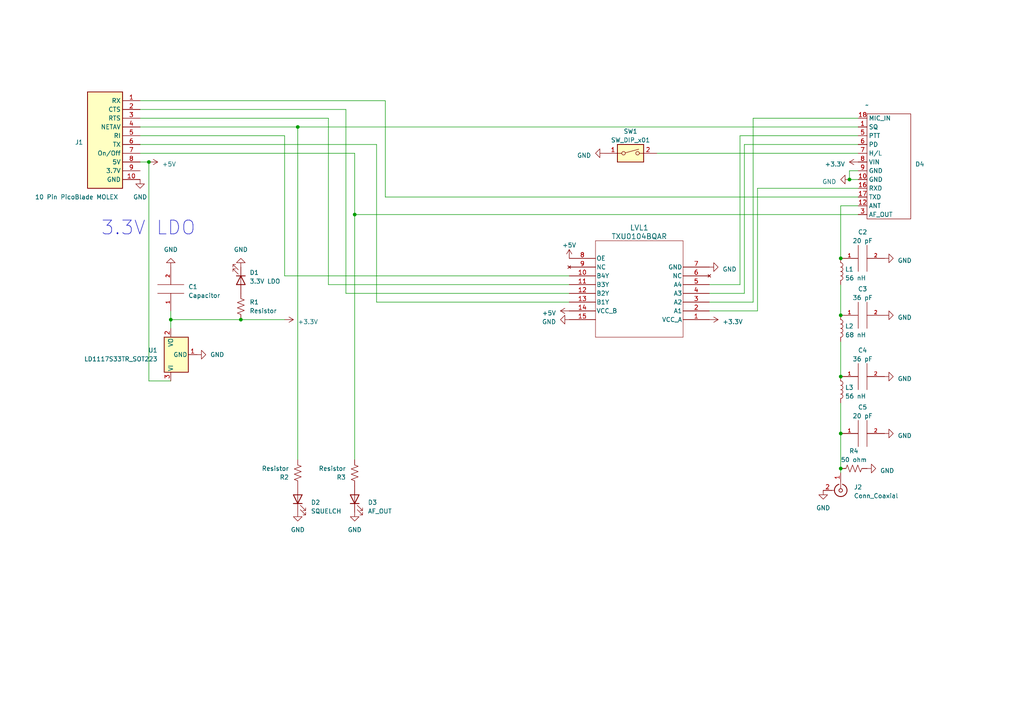
<source format=kicad_sch>
(kicad_sch (version 20231120) (generator "eeschema") (generator_version "8.0")
  (paper "A4")
  (lib_symbols
    (symbol "53048-1010:53048-1010"
      (property "Reference" "J2" (at 9.525 3.81 90))
      (property "Value" "53048-1010" (at 12.065 3.81 90))
      (symbol "53048-1010_1_1"
        (rectangle (start 5.08 2.54) (end 15.24 -25.4) (stroke (width 0.254)) (fill (type background)))
        (pin output line (at 0 -22.86 0) (length 5.08) (name "RX") (number "1"))
        (pin passive line (at 0 0 0) (length 5.08) (name "GND") (number "10"))
        (pin passive line (at 0 -20.32 0) (length 5.08) (name "CTS") (number "2"))
        (pin passive line (at 0 -17.78 0) (length 5.08) (name "RTS") (number "3"))
        (pin passive line (at 0 -15.24 0) (length 5.08) (name "NETAV") (number "4"))
        (pin passive line (at 0 -12.7 0) (length 5.08) (name "RI") (number "5"))
        (pin passive line (at 0 -10.16 0) (length 5.08) (name "TX") (number "6"))
        (pin passive line (at 0 -7.62 0) (length 5.08) (name "On/Off") (number "7"))
        (pin input line (at 0 -5.08 0) (length 5.08) (name "5V") (number "8"))
        (pin passive line (at 0 -2.54 0) (length 5.08) (name "3.7V") (number "9"))
      )
    )
    (symbol "Capacitor_1" (pin_names (offset 0.254))
      (property "Reference" "C?" (at 5.08 1.2701 0))
      (property "Value" "Capacitor" (at 5.08 -1.2699 0))
      (symbol "Capacitor_1_0_1"
        (polyline (pts (xy -3.81 -1.27) (xy 3.81 -1.27)))
        (polyline (pts (xy -3.81 1.27) (xy 3.81 1.27)))
      )
      (symbol "Capacitor_1_1_1"
        (pin power_in line (at 0 6.35 270) (length 5.08) (name "~") (number "1"))
        (pin power_out line (at 0 -6.35 90) (length 5.08) (name "~") (number "2"))
      )
    )
    (symbol "Connector:Conn_Coaxial" (pin_names (offset 1.016) hide)
      (property "Reference" "J" (at 0.254 3.048 0))
      (property "Value" "Conn_Coaxial" (at 2.921 0 90))
      (symbol "Conn_Coaxial_0_1"
        (arc (start -1.778 -0.508) (mid 0.2311 -1.8066) (end 1.778 0) (stroke (width 0.254)))
        (polyline (pts (xy -2.54 0) (xy -0.508 0)))
        (polyline (pts (xy 0 -2.54) (xy 0 -1.778)))
        (circle (center 0 0) (radius 0.508) (stroke (width 0.2032)))
        (arc (start 1.778 0) (mid 0.2099 1.8101) (end -1.778 0.508) (stroke (width 0.254)))
      )
      (symbol "Conn_Coaxial_1_1"
        (pin passive line (at -5.08 0 0) (length 2.54) (name "In") (number "1"))
        (pin passive line (at 0 -5.08 90) (length 2.54) (name "Ext") (number "2"))
      )
    )
    (symbol "Device:L" (pin_numbers hide) (pin_names (offset 1.016) hide)
      (property "Reference" "L" (at -1.27 0 90))
      (property "Value" "L" (at 1.905 0 90))
      (symbol "L_0_1"
        (arc (start 0 -2.54) (mid 0.6323 -1.905) (end 0 -1.27))
        (arc (start 0 -1.27) (mid 0.6323 -0.635) (end 0 0))
        (arc (start 0 0) (mid 0.6323 0.635) (end 0 1.27))
        (arc (start 0 1.27) (mid 0.6323 1.905) (end 0 2.54))
      )
      (symbol "L_1_1"
        (pin passive line (at 0 3.81 270) (length 1.27) (name "1") (number "1"))
        (pin passive line (at 0 -3.81 90) (length 1.27) (name "2") (number "2"))
      )
    )
    (symbol "GND_1" (power) (pin_names (offset 0))
      (property "Value" "GND_1" (at 0 -3.81 0))
      (symbol "GND_1_0_1"
        (polyline (pts (xy 0 0) (xy 0 -1.27) (xy 1.27 -1.27) (xy 0 -2.54) (xy -1.27 -1.27) (xy 0 -1.27)))
      )
      (symbol "GND_1_1_1"
        (pin power_in line (at 0 0 270) (length 0) hide (name "GND") (number "1"))
      )
    )
    (symbol "GND_2" (power) (pin_names (offset 0))
      (property "Value" "GND_2" (at 0 -3.81 0))
      (symbol "GND_2_0_1"
        (polyline (pts (xy 0 0) (xy 0 -1.27) (xy 1.27 -1.27) (xy 0 -2.54) (xy -1.27 -1.27) (xy 0 -1.27)))
      )
      (symbol "GND_2_1_1"
        (pin power_in line (at 0 0 270) (length 0) hide (name "GND") (number "1"))
      )
    )
    (symbol "GND_3" (power) (pin_names (offset 0))
      (property "Value" "GND_3" (at 0 -3.81 0))
      (symbol "GND_3_0_1"
        (polyline (pts (xy 0 0) (xy 0 -1.27) (xy 1.27 -1.27) (xy 0 -2.54) (xy -1.27 -1.27) (xy 0 -1.27)))
      )
      (symbol "GND_3_1_1"
        (pin power_in line (at 0 0 270) (length 0) hide (name "GND") (number "1"))
      )
    )
    (symbol "GND_4" (power) (pin_names (offset 0))
      (property "Value" "GND_4" (at 0 -3.81 0))
      (symbol "GND_4_0_1"
        (polyline (pts (xy 0 0) (xy 0 -1.27) (xy 1.27 -1.27) (xy 0 -2.54) (xy -1.27 -1.27) (xy 0 -1.27)))
      )
      (symbol "GND_4_1_1"
        (pin power_in line (at 0 0 270) (length 0) hide (name "GND") (number "1"))
      )
    )
    (symbol "GND_5" (power) (pin_names (offset 0))
      (property "Value" "GND_5" (at 0 -3.81 0))
      (symbol "GND_5_0_1"
        (polyline (pts (xy 0 0) (xy 0 -1.27) (xy 1.27 -1.27) (xy 0 -2.54) (xy -1.27 -1.27) (xy 0 -1.27)))
      )
      (symbol "GND_5_1_1"
        (pin power_in line (at 0 0 270) (length 0) hide (name "GND") (number "1"))
      )
    )
    (symbol "GND_6" (power) (pin_names (offset 0))
      (property "Value" "GND_6" (at 0 -3.81 0))
      (symbol "GND_6_0_1"
        (polyline (pts (xy 0 0) (xy 0 -1.27) (xy 1.27 -1.27) (xy 0 -2.54) (xy -1.27 -1.27) (xy 0 -1.27)))
      )
      (symbol "GND_6_1_1"
        (pin power_in line (at 0 0 270) (length 0) hide (name "GND") (number "1"))
      )
    )
    (symbol "GND_7" (power) (pin_names (offset 0))
      (property "Value" "GND_7" (at 0 -3.81 0))
      (symbol "GND_7_0_1"
        (polyline (pts (xy 0 0) (xy 0 -1.27) (xy 1.27 -1.27) (xy 0 -2.54) (xy -1.27 -1.27) (xy 0 -1.27)))
      )
      (symbol "GND_7_1_1"
        (pin power_in line (at 0 0 270) (length 0) hide (name "GND") (number "1"))
      )
    )
    (symbol "GND_8" (power) (pin_names (offset 0))
      (property "Value" "GND_8" (at 0 -3.81 0))
      (symbol "GND_8_0_1"
        (polyline (pts (xy 0 0) (xy 0 -1.27) (xy 1.27 -1.27) (xy 0 -2.54) (xy -1.27 -1.27) (xy 0 -1.27)))
      )
      (symbol "GND_8_1_1"
        (pin power_in line (at 0 0 270) (length 0) hide (name "GND") (number "1"))
      )
    )
    (symbol "Regulator_Linear:LD1117S33TR_SOT223" (pin_names (offset 0.254))
      (property "Reference" "U" (at -3.81 3.175 0))
      (property "Value" "LD1117S33TR_SOT223" (at 0 3.175 0))
      (symbol "LD1117S33TR_SOT223_0_1"
        (rectangle (start -5.08 -5.08) (end 5.08 1.905) (stroke (width 0.254)) (fill (type background)))
      )
      (symbol "LD1117S33TR_SOT223_1_1"
        (pin power_in line (at 0 -7.62 90) (length 2.54) (name "GND") (number "1"))
        (pin power_out line (at 7.62 0 180) (length 2.54) (name "VO") (number "2"))
        (pin power_in line (at -7.62 0 0) (length 2.54) (name "VI") (number "3"))
      )
    )
    (symbol "Switch:SW_DIP_x01" (pin_names (offset 0) hide)
      (property "Reference" "SW" (at 0 3.81 0))
      (property "Value" "SW_DIP_x01" (at 0 -3.81 0))
      (symbol "SW_DIP_x01_0_0"
        (circle (center -2.032 0) (radius 0.508))
        (polyline (pts (xy -1.524 0.127) (xy 2.3622 1.1684)))
        (circle (center 2.032 0) (radius 0.508))
      )
      (symbol "SW_DIP_x01_0_1"
        (rectangle (start -3.81 2.54) (end 3.81 -2.54) (stroke (width 0.254)) (fill (type background)))
      )
      (symbol "SW_DIP_x01_1_1"
        (pin passive line (at -7.62 0 0) (length 5.08) (name "~") (number "1"))
        (pin passive line (at 7.62 0 180) (length 5.08) (name "~") (number "2"))
      )
    )
    (symbol "Trackuino2:TXU0104BQAR" (pin_names (offset 0.254))
      (property "Reference" "LVL" (at 20.32 10.16 0))
      (property "Value" "TXU0104BQAR" (at 20.32 7.62 0))
      (symbol "TXU0104BQAR_0_1"
        (polyline (pts (xy 7.62 -22.86) (xy 33.02 -22.86)) (stroke (width 0.127)))
        (polyline (pts (xy 7.62 5.08) (xy 7.62 -22.86)) (stroke (width 0.127)))
        (polyline (pts (xy 33.02 -22.86) (xy 33.02 5.08)) (stroke (width 0.127)))
        (polyline (pts (xy 33.02 5.08) (xy 7.62 5.08)) (stroke (width 0.127)))
      )
      (symbol "TXU0104BQAR_1_1"
        (pin unspecified line (at 0 0 0) (length 7.62) (name "VCC_A") (number "1"))
        (pin unspecified line (at 40.64 -12.7 180) (length 7.62) (name "B4Y") (number "10"))
        (pin unspecified line (at 40.64 -10.16 180) (length 7.62) (name "B3Y") (number "11"))
        (pin unspecified line (at 40.64 -7.62 180) (length 7.62) (name "B2Y") (number "12"))
        (pin unspecified line (at 40.64 -5.08 180) (length 7.62) (name "B1Y") (number "13"))
        (pin unspecified line (at 40.64 -2.54 180) (length 7.62) (name "VCC_B") (number "14"))
        (pin unspecified line (at 40.64 0 180) (length 7.62) (name "") (number "15"))
        (pin unspecified line (at 0 -2.54 0) (length 7.62) (name "A1") (number "2"))
        (pin unspecified line (at 0 -5.08 0) (length 7.62) (name "A2") (number "3"))
        (pin unspecified line (at 0 -7.62 0) (length 7.62) (name "A3") (number "4"))
        (pin unspecified line (at 0 -10.16 0) (length 7.62) (name "A4") (number "5"))
        (pin no_connect line (at 0 -12.7 0) (length 7.62) (name "NC") (number "6"))
        (pin unspecified line (at 0 -15.24 0) (length 7.62) (name "GND") (number "7"))
        (pin unspecified line (at 40.64 -17.78 180) (length 7.62) (name "OE") (number "8"))
        (pin no_connect line (at 40.64 -15.24 180) (length 7.62) (name "NC") (number "9"))
      )
    )
    (symbol "Trackuino:Capacitor" (pin_names (offset 0.254))
      (property "Reference" "C?" (at 5.08 1.2701 0))
      (property "Value" "Capacitor" (at 5.08 -1.2699 0))
      (symbol "Capacitor_0_1"
        (polyline (pts (xy -3.81 -1.27) (xy 3.81 -1.27)))
        (polyline (pts (xy -3.81 1.27) (xy 3.81 1.27)))
      )
      (symbol "Capacitor_1_1"
        (pin power_in line (at 0 6.35 270) (length 5.08) (name "~") (number "1"))
        (pin power_out line (at 0 -6.35 90) (length 5.08) (name "~") (number "2"))
      )
    )
    (symbol "Trackuino:DRA818V"
      (property "Reference" "D1" (at 13.97 -17.145 0))
      (property "Value" "~" (at 0 0 0))
      (symbol "DRA818V_0_1"
        (rectangle (start 0 -2.54) (end 12.7 -33.02))
      )
      (symbol "DRA818V_1_1"
        (pin output line (at -2.54 -6.35 0) (length 2.54) (name "SQ") (number "1"))
        (pin passive line (at -2.54 -21.59 0) (length 2.54) (name "GND") (number "10"))
        (pin passive line (at -2.54 -29.21 0) (length 2.54) (name "ANT") (number "12"))
        (pin input line (at -2.54 -24.13 0) (length 2.54) (name "RXD") (number "16"))
        (pin output line (at -2.54 -26.67 0) (length 2.54) (name "TXD") (number "17"))
        (pin input line (at -2.54 -3.81 0) (length 2.54) (name "MIC_IN") (number "18"))
        (pin output line (at -2.54 -31.75 0) (length 2.54) (name "AF_OUT") (number "3"))
        (pin input line (at -2.54 -8.89 0) (length 2.54) (name "PTT") (number "5"))
        (pin input line (at -2.54 -11.43 0) (length 2.54) (name "PD") (number "6"))
        (pin input line (at -2.54 -13.97 0) (length 2.54) (name "H/L") (number "7"))
        (pin power_in line (at -2.54 -16.51 0) (length 2.54) (name "VIN") (number "8"))
        (pin passive line (at -2.54 -19.05 0) (length 2.54) (name "GND") (number "9"))
      )
    )
    (symbol "Trackuino:LED" (pin_numbers hide) (pin_names (offset 1.016) hide)
      (property "Reference" "D?" (at -1.5875 6.35 0))
      (property "Value" "LED" (at -1.5875 3.81 0))
      (symbol "LED_0_1"
        (polyline (pts (xy -1.27 -1.27) (xy -1.27 1.27)) (stroke (width 0.254)))
        (polyline (pts (xy -1.27 0) (xy 1.27 0)))
        (polyline (pts (xy 1.27 -1.27) (xy 1.27 1.27) (xy -1.27 0) (xy 1.27 -1.27)) (stroke (width 0.254)))
        (polyline (pts (xy -3.048 -0.762) (xy -4.572 -2.286) (xy -3.81 -2.286) (xy -4.572 -2.286) (xy -4.572 -1.524)))
        (polyline (pts (xy -1.778 -0.762) (xy -3.302 -2.286) (xy -2.54 -2.286) (xy -3.302 -2.286) (xy -3.302 -1.524)))
      )
      (symbol "LED_1_1"
        (pin passive line (at -3.81 0 0) (length 2.54) (name "K") (number "1"))
        (pin passive line (at 3.81 0 180) (length 2.54) (name "A") (number "2"))
      )
    )
    (symbol "Trackuino:Resistor" (pin_numbers hide) (pin_names (offset 0))
      (property "Reference" "R?" (at 2.54 1.2701 0))
      (property "Value" "Resistor" (at 2.54 -1.2699 0))
      (symbol "Resistor_0_1"
        (polyline (pts (xy 0 -2.286) (xy 0 -2.54)))
        (polyline (pts (xy 0 2.286) (xy 0 2.54)))
        (polyline (pts (xy 0 -0.762) (xy 1.016 -1.143) (xy 0 -1.524) (xy -1.016 -1.905) (xy 0 -2.286)))
        (polyline (pts (xy 0 0.762) (xy 1.016 0.381) (xy 0 0) (xy -1.016 -0.381) (xy 0 -0.762)))
        (polyline (pts (xy 0 2.286) (xy 1.016 1.905) (xy 0 1.524) (xy -1.016 1.143) (xy 0 0.762)))
      )
      (symbol "Resistor_1_1"
        (pin passive line (at 0 3.81 270) (length 1.27) (name "~") (number "1"))
        (pin passive line (at 0 -3.81 90) (length 1.27) (name "~") (number "2"))
      )
    )
    (symbol "power:+3.3V" (power) (pin_names (offset 0))
      (property "Value" "+3.3V" (at 0 3.556 0))
      (symbol "+3.3V_0_1"
        (polyline (pts (xy -0.762 1.27) (xy 0 2.54)))
        (polyline (pts (xy 0 0) (xy 0 2.54)))
        (polyline (pts (xy 0 2.54) (xy 0.762 1.27)))
      )
      (symbol "+3.3V_1_1"
        (pin power_in line (at 0 0 90) (length 0) hide (name "+3.3V") (number "1"))
      )
    )
    (symbol "power:+5V" (power) (pin_names (offset 0))
      (property "Value" "+5V" (at 0 3.556 0))
      (symbol "+5V_0_1"
        (polyline (pts (xy -0.762 1.27) (xy 0 2.54)))
        (polyline (pts (xy 0 0) (xy 0 2.54)))
        (polyline (pts (xy 0 2.54) (xy 0.762 1.27)))
      )
      (symbol "+5V_1_1"
        (pin power_in line (at 0 0 90) (length 0) hide (name "+5V") (number "1"))
      )
    )
    (symbol "power:GND" (power) (pin_names (offset 0))
      (property "Value" "GND" (at 0 -3.81 0))
      (symbol "GND_0_1"
        (polyline (pts (xy 0 0) (xy 0 -1.27) (xy 1.27 -1.27) (xy 0 -2.54) (xy -1.27 -1.27) (xy 0 -1.27)))
      )
      (symbol "GND_1_1"
        (pin power_in line (at 0 0 270) (length 0) hide (name "GND") (number "1"))
      )
    )
  )
  (junction (at 69.85 92.71))
  (junction (at 49.53 92.71))
  (junction (at 243.84 135.89))
  (junction (at 243.84 125.73))
  (junction (at 243.84 91.44))
  (junction (at 243.84 109.22))
  (junction (at 43.18 46.99))
  (junction (at 102.87 62.23))
  (junction (at 243.84 74.93))
  (junction (at 246.38 52.07))
  (junction (at 86.36 36.83))
  (wire (pts (xy 102.87 133.35) (xy 102.87 62.23)))
  (wire (pts (xy 243.84 135.89) (xy 243.84 137.16)))
  (wire (pts (xy 243.84 99.06) (xy 243.84 109.22)))
  (wire (pts (xy 248.92 44.45) (xy 190.5 44.45)))
  (wire (pts (xy 248.92 54.61) (xy 219.71 54.61)))
  (wire (pts (xy 248.92 41.91) (xy 215.9 41.91)))
  (wire (pts (xy 219.71 90.17) (xy 205.74 90.17)))
  (wire (pts (xy 165.1 82.55) (xy 95.25 82.55)))
  (wire (pts (xy 43.18 46.99) (xy 43.18 110.49)))
  (wire (pts (xy 102.87 62.23) (xy 248.92 62.23)))
  (wire (pts (xy 40.64 44.45) (xy 102.87 44.45)))
  (wire (pts (xy 49.53 110.49) (xy 43.18 110.49)))
  (wire (pts (xy 248.92 39.37) (xy 214.63 39.37)))
  (wire (pts (xy 215.9 85.09) (xy 205.74 85.09)))
  (wire (pts (xy 243.84 82.55) (xy 243.84 91.44)))
  (wire (pts (xy 243.84 59.69) (xy 243.84 74.93)))
  (wire (pts (xy 219.71 54.61) (xy 219.71 90.17)))
  (wire (pts (xy 49.53 90.17) (xy 49.53 92.71)))
  (wire (pts (xy 165.1 85.09) (xy 100.33 85.09)))
  (wire (pts (xy 243.84 125.73) (xy 243.84 135.89)))
  (wire (pts (xy 102.87 44.45) (xy 102.87 62.23)))
  (wire (pts (xy 109.22 41.91) (xy 40.64 41.91)))
  (wire (pts (xy 214.63 82.55) (xy 205.74 82.55)))
  (wire (pts (xy 86.36 133.35) (xy 86.36 36.83)))
  (wire (pts (xy 248.92 59.69) (xy 243.84 59.69)))
  (wire (pts (xy 214.63 39.37) (xy 214.63 82.55)))
  (wire (pts (xy 218.44 34.29) (xy 218.44 87.63)))
  (wire (pts (xy 86.36 36.83) (xy 248.92 36.83)))
  (wire (pts (xy 95.25 34.29) (xy 40.64 34.29)))
  (wire (pts (xy 111.76 29.21) (xy 40.64 29.21)))
  (wire (pts (xy 165.1 80.01) (xy 82.55 80.01)))
  (wire (pts (xy 248.92 49.53) (xy 246.38 49.53)))
  (wire (pts (xy 218.44 87.63) (xy 205.74 87.63)))
  (wire (pts (xy 248.92 57.15) (xy 111.76 57.15)))
  (wire (pts (xy 100.33 31.75) (xy 40.64 31.75)))
  (wire (pts (xy 246.38 52.07) (xy 248.92 52.07)))
  (wire (pts (xy 215.9 41.91) (xy 215.9 85.09)))
  (wire (pts (xy 49.53 92.71) (xy 49.53 95.25)))
  (wire (pts (xy 111.76 57.15) (xy 111.76 29.21)))
  (wire (pts (xy 40.64 46.99) (xy 43.18 46.99)))
  (wire (pts (xy 109.22 87.63) (xy 109.22 41.91)))
  (wire (pts (xy 243.84 116.84) (xy 243.84 125.73)))
  (wire (pts (xy 82.55 80.01) (xy 82.55 39.37)))
  (wire (pts (xy 246.38 49.53) (xy 246.38 52.07)))
  (wire (pts (xy 248.92 34.29) (xy 218.44 34.29)))
  (wire (pts (xy 82.55 39.37) (xy 40.64 39.37)))
  (wire (pts (xy 40.64 36.83) (xy 86.36 36.83)))
  (wire (pts (xy 95.25 82.55) (xy 95.25 34.29)))
  (wire (pts (xy 100.33 85.09) (xy 100.33 31.75)))
  (wire (pts (xy 69.85 92.71) (xy 82.55 92.71)))
  (wire (pts (xy 165.1 87.63) (xy 109.22 87.63)))
  (wire (pts (xy 49.53 92.71) (xy 69.85 92.71)))
  (text "3.3V LDO" (at 29.21 68.58 0) (effects (font (size 4 4)) (justify left bottom)))
  (symbol (lib_id "Connector:Conn_Coaxial") (at 243.84 142.24 270) (unit 1)
    (property "Reference" "J2" (at 247.65 141.2875 90) (effects (justify left)))
    (property "Value" "Conn_Coaxial" (at 247.65 143.8275 90) (effects (justify left)))
    (property "Footprint" "Tracker Custom Library:Molex SMA Edge Mount" (effects (hide yes)))
    (property "Datasheet" " ~" (effects (hide yes)))
  )
  (symbol (lib_name "Capacitor_1") (lib_id "Trackuino:Capacitor") (at 250.19 74.93 90) (unit 1)
    (property "Reference" "C2" (at 250.19 67.31 90))
    (property "Value" "20 pF" (at 250.19 69.85 90))
    (property "Footprint" "Capacitor_SMD:C_1206_3216Metric" (effects (hide yes)))
  )
  (symbol (lib_id "power:+5V") (at 165.1 90.17 90) (unit 1)
    (property "Reference" "#PWR010" (effects (hide yes)))
    (property "Value" "+5V" (at 161.29 90.805 90) (effects (justify left)))
  )
  (symbol (lib_name "GND_2") (lib_id "power:GND") (at 205.74 77.47 90) (unit 1)
    (property "Reference" "#PWR013" (effects (hide yes)))
    (property "Value" "GND" (at 209.55 78.105 90) (effects (justify right)))
  )
  (symbol (lib_id "Trackuino:Capacitor") (at 49.53 83.82 180) (unit 1)
    (property "Reference" "C1" (at 54.61 83.185 0) (effects (justify right)))
    (property "Value" "Capacitor" (at 54.61 85.725 0) (effects (justify right)))
    (property "Footprint" "Capacitor_SMD:C_1206_3216Metric" (effects (hide yes)))
  )
  (symbol (lib_id "Trackuino:Resistor") (at 69.85 88.9 0) (unit 1)
    (property "Reference" "R1" (at 72.39 87.6299 0) (effects (justify left)))
    (property "Value" "Resistor" (at 72.39 90.1699 0) (effects (justify left)))
    (property "Footprint" "Resistor_SMD:R_1206_3216Metric" (effects (hide yes)))
  )
  (symbol (lib_id "power:GND") (at 49.53 77.47 180) (unit 1)
    (property "Reference" "#PWR03" (effects (hide yes)))
    (property "Value" "GND" (at 49.53 72.39 0))
  )
  (symbol (lib_name "GND_1") (lib_id "power:GND") (at 246.38 52.07 270) (unit 1)
    (property "Reference" "#PWR016" (effects (hide yes)))
    (property "Value" "GND" (at 242.57 52.705 90) (effects (justify right)))
  )
  (symbol (lib_id "Device:L") (at 243.84 78.74 0) (unit 1)
    (property "Reference" "L1" (at 245.11 78.105 0) (effects (justify left)))
    (property "Value" "56 nH" (at 245.11 80.645 0) (effects (justify left)))
    (property "Footprint" "Inductor_SMD:L_1206_3216Metric" (effects (hide yes)))
  )
  (symbol (lib_id "power:+5V") (at 43.18 46.99 270) (unit 1)
    (property "Reference" "#PWR02" (effects (hide yes)))
    (property "Value" "+5V" (at 46.99 47.625 90) (effects (justify left)))
  )
  (symbol (lib_name "GND_5") (lib_id "power:GND") (at 256.54 74.93 90) (unit 1)
    (property "Reference" "#PWR019" (effects (hide yes)))
    (property "Value" "GND" (at 260.35 75.565 90) (effects (justify right)))
  )
  (symbol (lib_id "Trackuino:LED") (at 69.85 81.28 270) (unit 1)
    (property "Reference" "D1" (at 72.39 79.0575 90) (effects (justify left)))
    (property "Value" "3.3V LDO" (at 72.39 81.5975 90) (effects (justify left)))
    (property "Footprint" "LED_SMD:LED_1206_3216Metric" (effects (hide yes)))
  )
  (symbol (lib_id "Trackuino2:TXU0104BQAR") (at 205.74 92.71 180) (unit 1)
    (property "Reference" "LVL1" (at 185.42 66.04 0) (effects (font (size 1.524 1.524))))
    (property "Value" "TXU0104BQAR" (at 185.42 68.58 0) (effects (font (size 1.524 1.524))))
    (property "Footprint" "Package_SO:TSSOP-14_4.4x5mm_P0.65mm" (effects (hide yes)))
    (property "Datasheet" "TXU0104BQAR" (effects (hide yes)))
  )
  (symbol (lib_name "GND_5") (lib_id "power:GND") (at 256.54 125.73 90) (unit 1)
    (property "Reference" "#PWR022" (effects (hide yes)))
    (property "Value" "GND" (at 260.35 126.365 90) (effects (justify right)))
  )
  (symbol (lib_id "power:GND") (at 86.36 148.59 0) (unit 1)
    (property "Reference" "#PWR07" (effects (hide yes)))
    (property "Value" "GND" (at 86.36 153.67 0))
  )
  (symbol (lib_id "Trackuino:LED") (at 102.87 144.78 90) (unit 1)
    (property "Reference" "D3" (at 106.68 145.7325 90) (effects (justify right)))
    (property "Value" "AF_OUT" (at 106.68 148.2725 90) (effects (justify right)))
    (property "Footprint" "LED_SMD:LED_1206_3216Metric" (effects (hide yes)))
  )
  (symbol (lib_id "power:GND") (at 102.87 148.59 0) (unit 1)
    (property "Reference" "#PWR08" (effects (hide yes)))
    (property "Value" "GND" (at 102.87 153.67 0))
  )
  (symbol (lib_name "GND_6") (lib_id "power:GND") (at 251.46 135.89 90) (unit 1)
    (property "Reference" "#PWR018" (effects (hide yes)))
    (property "Value" "GND" (at 255.27 136.525 90) (effects (justify right)))
  )
  (symbol (lib_name "GND_8") (lib_id "power:GND") (at 40.64 52.07 0) (unit 1)
    (property "Reference" "#PWR01" (effects (hide yes)))
    (property "Value" "GND" (at 40.64 57.15 0))
  )
  (symbol (lib_name "GND_4") (lib_id "power:GND") (at 175.26 44.45 270) (unit 1)
    (property "Reference" "#PWR012" (effects (hide yes)))
    (property "Value" "GND" (at 171.45 45.085 90) (effects (justify right)))
  )
  (symbol (lib_id "53048-1010:53048-1010") (at 40.64 52.07 180) (unit 1)
    (property "Reference" "J1" (at 24.13 41.275 0) (effects (justify left)))
    (property "Value" "10 Pin PicoBlade MOLEX" (at 34.29 57.15 0) (effects (justify left)))
    (property "Footprint" "Connector_Molex:Molex_PicoBlade_53048-1010_1x10_P1.25mm_Horizontal" (effects (hide yes)))
    (property "Datasheet" "https://componentsearchengine.com/Datasheets/2/53048-1010.pdf" (effects (hide yes)))
    (property "Height" "3.7" (effects (hide yes)))
    (property "Mouser Part Number" "538-53048-1010" (effects (hide yes)))
    (property "Mouser Price/Stock" "https://www.mouser.co.uk/ProductDetail/Molex/53048-1010?qs=th8CuLdcYnkN%252Bd6WV%252BYS%2FA%3D%3D" (effects (hide yes)))
    (property "Manufacturer_Name" "Molex" (effects (hide yes)))
    (property "Manufacturer_Part_Number" "53048-1010" (effects (hide yes)))
  )
  (symbol (lib_id "Trackuino:LED") (at 86.36 144.78 90) (unit 1)
    (property "Reference" "D2" (at 90.17 145.7325 90) (effects (justify right)))
    (property "Value" "SQUELCH" (at 90.17 148.2725 90) (effects (justify right)))
    (property "Footprint" "LED_SMD:LED_1206_3216Metric" (effects (hide yes)))
  )
  (symbol (lib_name "GND_3") (lib_id "power:GND") (at 165.1 92.71 270) (unit 1)
    (property "Reference" "#PWR011" (effects (hide yes)))
    (property "Value" "GND" (at 161.29 93.345 90) (effects (justify right)))
  )
  (symbol (lib_id "power:GND") (at 69.85 77.47 180) (unit 1)
    (property "Reference" "#PWR05" (effects (hide yes)))
    (property "Value" "GND" (at 69.85 72.39 0))
  )
  (symbol (lib_id "power:+3.3V") (at 82.55 92.71 270) (unit 1)
    (property "Reference" "#PWR06" (effects (hide yes)))
    (property "Value" "+3.3V" (at 86.36 93.345 90) (effects (justify left)))
  )
  (symbol (lib_id "Device:L") (at 243.84 113.03 0) (unit 1)
    (property "Reference" "L3" (at 245.11 112.395 0) (effects (justify left)))
    (property "Value" "56 nH" (at 245.11 114.935 0) (effects (justify left)))
    (property "Footprint" "Inductor_SMD:L_1206_3216Metric" (effects (hide yes)))
  )
  (symbol (lib_id "Trackuino:DRA818V") (at 251.46 30.48 0) (unit 1)
    (property "Reference" "D4" (at 265.43 47.625 0) (effects (justify left)))
    (property "Value" "~" (at 251.46 30.48 0))
    (property "Footprint" "Tracker Custom Library:DORJI_DRA818V" (effects (hide yes)))
  )
  (symbol (lib_id "Trackuino:Resistor") (at 247.65 135.89 90) (unit 1)
    (property "Reference" "R4" (at 247.65 130.81 90))
    (property "Value" "50 ohm" (at 247.65 133.35 90))
    (property "Footprint" "Resistor_SMD:R_1206_3216Metric" (effects (hide yes)))
  )
  (symbol (lib_name "Capacitor_1") (lib_id "Trackuino:Capacitor") (at 250.19 109.22 90) (unit 1)
    (property "Reference" "C4" (at 250.19 101.6 90))
    (property "Value" "36 pF" (at 250.19 104.14 90))
    (property "Footprint" "Capacitor_SMD:C_1206_3216Metric" (effects (hide yes)))
  )
  (symbol (lib_id "power:+5V") (at 165.1 74.93 0) (unit 1)
    (property "Reference" "#PWR09" (effects (hide yes)))
    (property "Value" "+5V" (at 165.1 71.12 0))
  )
  (symbol (lib_id "power:+3.3V") (at 205.74 92.71 270) (unit 1)
    (property "Reference" "#PWR014" (effects (hide yes)))
    (property "Value" "+3.3V" (at 209.55 93.345 90) (effects (justify left)))
  )
  (symbol (lib_id "power:GND") (at 57.15 102.87 90) (unit 1)
    (property "Reference" "#PWR04" (effects (hide yes)))
    (property "Value" "GND" (at 60.96 102.8699 90) (effects (justify right)))
  )
  (symbol (lib_name "GND_7") (lib_id "power:GND") (at 238.76 142.24 0) (unit 1)
    (property "Reference" "#PWR015" (effects (hide yes)))
    (property "Value" "GND" (at 238.76 147.32 0))
  )
  (symbol (lib_name "Capacitor_1") (lib_id "Trackuino:Capacitor") (at 250.19 125.73 90) (unit 1)
    (property "Reference" "C5" (at 250.19 118.11 90))
    (property "Value" "20 pF" (at 250.19 120.65 90))
    (property "Footprint" "Capacitor_SMD:C_1206_3216Metric" (effects (hide yes)))
  )
  (symbol (lib_name "Capacitor_1") (lib_id "Trackuino:Capacitor") (at 250.19 91.44 90) (unit 1)
    (property "Reference" "C3" (at 250.19 83.82 90))
    (property "Value" "36 pF" (at 250.19 86.36 90))
    (property "Footprint" "Capacitor_SMD:C_1206_3216Metric" (effects (hide yes)))
  )
  (symbol (lib_id "Device:L") (at 243.84 95.25 0) (unit 1)
    (property "Reference" "L2" (at 245.11 94.615 0) (effects (justify left)))
    (property "Value" "68 nH" (at 245.11 97.155 0) (effects (justify left)))
    (property "Footprint" "Inductor_SMD:L_1210_3225Metric" (effects (hide yes)))
  )
  (symbol (lib_id "Switch:SW_DIP_x01") (at 182.88 44.45 0) (unit 1)
    (property "Reference" "SW1" (at 182.88 38.1 0))
    (property "Value" "SW_DIP_x01" (at 182.88 40.64 0))
    (property "Footprint" "Button_Switch_THT:SW_DIP_SPSTx01_Piano_10.8x4.1mm_W7.62mm_P2.54mm" (effects (hide yes)))
  )
  (symbol (lib_id "power:+3.3V") (at 248.92 46.99 90) (unit 1)
    (property "Reference" "#PWR017" (effects (hide yes)))
    (property "Value" "+3.3V" (at 245.11 47.625 90) (effects (justify left)))
  )
  (symbol (lib_id "Trackuino:Resistor") (at 86.36 137.16 180) (unit 1)
    (property "Reference" "R2" (at 83.82 138.4301 0) (effects (justify left)))
    (property "Value" "Resistor" (at 83.82 135.8901 0) (effects (justify left)))
    (property "Footprint" "Resistor_SMD:R_1206_3216Metric" (effects (hide yes)))
  )
  (symbol (lib_name "GND_5") (lib_id "power:GND") (at 256.54 109.22 90) (unit 1)
    (property "Reference" "#PWR021" (effects (hide yes)))
    (property "Value" "GND" (at 260.35 109.855 90) (effects (justify right)))
  )
  (symbol (lib_name "GND_5") (lib_id "power:GND") (at 256.54 91.44 90) (unit 1)
    (property "Reference" "#PWR020" (effects (hide yes)))
    (property "Value" "GND" (at 260.35 92.075 90) (effects (justify right)))
  )
  (symbol (lib_id "Trackuino:Resistor") (at 102.87 137.16 180) (unit 1)
    (property "Reference" "R3" (at 100.33 138.4301 0) (effects (justify left)))
    (property "Value" "Resistor" (at 100.33 135.8901 0) (effects (justify left)))
    (property "Footprint" "Resistor_SMD:R_1206_3216Metric" (effects (hide yes)))
  )
  (symbol (lib_id "Regulator_Linear:LD1117S33TR_SOT223") (at 49.53 102.87 90) (unit 1)
    (property "Reference" "U1" (at 45.72 101.5999 90) (effects (justify left)))
    (property "Value" "LD1117S33TR_SOT223" (at 45.72 104.1399 90) (effects (justify left)))
    (property "Footprint" "Package_TO_SOT_SMD:SOT-223-3_TabPin2" (effects (hide yes)))
    (property "Datasheet" "http://www.st.com/st-web-ui/static/active/en/resource/technical/document/datasheet/CD00000544.pdf" (effects (hide yes)))
  )
)
</source>
